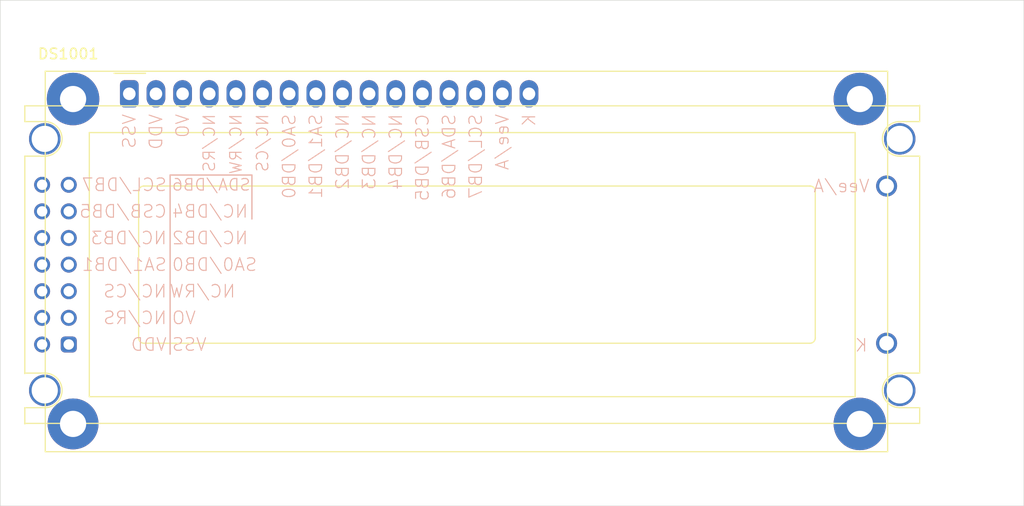
<source format=kicad_pcb>
(kicad_pcb (version 20171130) (host pcbnew "(5.1.9)-1")

  (general
    (thickness 1.6)
    (drawings 4)
    (tracks 0)
    (zones 0)
    (modules 1)
    (nets 17)
  )

  (page A4)
  (layers
    (0 F.Cu signal)
    (31 B.Cu signal)
    (32 B.Adhes user)
    (33 F.Adhes user)
    (34 B.Paste user)
    (35 F.Paste user)
    (36 B.SilkS user)
    (37 F.SilkS user)
    (38 B.Mask user)
    (39 F.Mask user)
    (40 Dwgs.User user)
    (41 Cmts.User user)
    (42 Eco1.User user)
    (43 Eco2.User user)
    (44 Edge.Cuts user)
    (45 Margin user)
    (46 B.CrtYd user)
    (47 F.CrtYd user)
    (48 B.Fab user)
    (49 F.Fab user)
  )

  (setup
    (last_trace_width 0.25)
    (trace_clearance 0.2)
    (zone_clearance 0.508)
    (zone_45_only no)
    (trace_min 0.2)
    (via_size 0.8)
    (via_drill 0.4)
    (via_min_size 0.4)
    (via_min_drill 0.3)
    (uvia_size 0.3)
    (uvia_drill 0.1)
    (uvias_allowed no)
    (uvia_min_size 0.2)
    (uvia_min_drill 0.1)
    (edge_width 0.05)
    (segment_width 0.2)
    (pcb_text_width 0.3)
    (pcb_text_size 1.5 1.5)
    (mod_edge_width 0.12)
    (mod_text_size 1 1)
    (mod_text_width 0.15)
    (pad_size 1.524 1.524)
    (pad_drill 0.762)
    (pad_to_mask_clearance 0)
    (aux_axis_origin 0 0)
    (visible_elements 7FFFFFFF)
    (pcbplotparams
      (layerselection 0x010fc_ffffffff)
      (usegerberextensions false)
      (usegerberattributes true)
      (usegerberadvancedattributes true)
      (creategerberjobfile true)
      (excludeedgelayer true)
      (linewidth 0.100000)
      (plotframeref false)
      (viasonmask false)
      (mode 1)
      (useauxorigin false)
      (hpglpennumber 1)
      (hpglpenspeed 20)
      (hpglpendiameter 15.000000)
      (psnegative false)
      (psa4output false)
      (plotreference true)
      (plotvalue true)
      (plotinvisibletext false)
      (padsonsilk false)
      (subtractmaskfromsilk false)
      (outputformat 1)
      (mirror false)
      (drillshape 1)
      (scaleselection 1)
      (outputdirectory ""))
  )

  (net 0 "")
  (net 1 "Net-(DS1001-Pad16)")
  (net 2 "Net-(DS1001-Pad15)")
  (net 3 "Net-(DS1001-Pad14)")
  (net 4 "Net-(DS1001-Pad13)")
  (net 5 "Net-(DS1001-Pad12)")
  (net 6 "Net-(DS1001-Pad11)")
  (net 7 "Net-(DS1001-Pad10)")
  (net 8 "Net-(DS1001-Pad9)")
  (net 9 "Net-(DS1001-Pad8)")
  (net 10 "Net-(DS1001-Pad7)")
  (net 11 "Net-(DS1001-Pad6)")
  (net 12 "Net-(DS1001-Pad5)")
  (net 13 "Net-(DS1001-Pad4)")
  (net 14 "Net-(DS1001-Pad3)")
  (net 15 "Net-(DS1001-Pad2)")
  (net 16 "Net-(DS1001-Pad1)")

  (net_class Default "This is the default net class."
    (clearance 0.2)
    (trace_width 0.25)
    (via_dia 0.8)
    (via_drill 0.4)
    (uvia_dia 0.3)
    (uvia_drill 0.1)
    (add_net "Net-(DS1001-Pad1)")
    (add_net "Net-(DS1001-Pad10)")
    (add_net "Net-(DS1001-Pad11)")
    (add_net "Net-(DS1001-Pad12)")
    (add_net "Net-(DS1001-Pad13)")
    (add_net "Net-(DS1001-Pad14)")
    (add_net "Net-(DS1001-Pad15)")
    (add_net "Net-(DS1001-Pad16)")
    (add_net "Net-(DS1001-Pad2)")
    (add_net "Net-(DS1001-Pad3)")
    (add_net "Net-(DS1001-Pad4)")
    (add_net "Net-(DS1001-Pad5)")
    (add_net "Net-(DS1001-Pad6)")
    (add_net "Net-(DS1001-Pad7)")
    (add_net "Net-(DS1001-Pad8)")
    (add_net "Net-(DS1001-Pad9)")
  )

  (module kibom-variant_4:LCD_16x02_Dual (layer F.Cu) (tedit 61958BBC) (tstamp 6195F03F)
    (at 110.875 43.1)
    (descr "LCD 16x2 https://cdn.sos.sk/productdata/09/7a/99ae5821/wh1602b3-sll-cwv.pdf http://www.buydisplay.com/download/manual/ERM1602-2.1_Datasheet.pdf")
    (tags "LCD 16x2 Alphanumeric 16pin http://www.buydisplay.com/download/manual/ERM1602-2.1_Datasheet.pdf")
    (path /61958928)
    (fp_text reference DS1001 (at -5.82 -3.81) (layer F.SilkS)
      (effects (font (size 1 1) (thickness 0.15)))
    )
    (fp_text value **Val (at -4.31 34.66) (layer F.Fab)
      (effects (font (size 1 1) (thickness 0.15)))
    )
    (fp_line (start 11.69 11.95) (end 11.69 7.75) (layer B.SilkS) (width 0.12))
    (fp_line (start 3.89 7.75) (end 11.69 7.75) (layer B.SilkS) (width 0.12))
    (fp_line (start 3.89 7.75) (end 3.89 24.85) (layer B.SilkS) (width 0.12))
    (fp_line (start 72.14 8.8) (end 75.14 8.8) (layer Dwgs.User) (width 0.12))
    (fp_line (start 75.34 5.95) (end 75.34 26.65) (layer F.SilkS) (width 0.12))
    (fp_line (start 75.34 29.95) (end 75.34 31.45) (layer F.SilkS) (width 0.12))
    (fp_line (start -9.96 5.949084) (end -9.96 26.7) (layer F.SilkS) (width 0.12))
    (fp_line (start 75.34 5.95) (end 73.44 5.95) (layer F.SilkS) (width 0.12))
    (fp_line (start 75.34 2.65) (end 73.44 2.65) (layer F.SilkS) (width 0.12))
    (fp_line (start -9.96 29.95) (end -8.06 29.95) (layer F.SilkS) (width 0.12))
    (fp_line (start -9.96 29.95) (end -9.96 31.5) (layer F.SilkS) (width 0.12))
    (fp_line (start -9.96 1.15) (end 75.34 1.15) (layer F.SilkS) (width 0.12))
    (fp_line (start -9.96 31.45) (end 75.34 31.45) (layer F.SilkS) (width 0.12))
    (fp_line (start -9.96 1.15) (end -9.96 2.65) (layer F.SilkS) (width 0.12))
    (fp_line (start 75.34 1.1) (end 75.34 2.65) (layer F.SilkS) (width 0.12))
    (fp_line (start -7.86 34) (end -7.86 -2) (layer F.Fab) (width 0.1))
    (fp_line (start 72.14 34) (end -7.86 34) (layer F.Fab) (width 0.1))
    (fp_line (start 72.14 -2) (end 72.14 34) (layer F.Fab) (width 0.1))
    (fp_line (start -7.86 -2) (end 72.14 -2) (layer F.Fab) (width 0.1))
    (fp_line (start -3.81 28.9) (end -3.81 3.7) (layer F.SilkS) (width 0.12))
    (fp_line (start 69.19 28.9) (end -3.81 28.9) (layer F.SilkS) (width 0.12))
    (fp_line (start 69.19 3.7) (end 69.19 28.9) (layer F.SilkS) (width 0.12))
    (fp_line (start -3.81 3.7) (end 69.19 3.7) (layer F.SilkS) (width 0.12))
    (fp_line (start 65.39 9.3) (end 65.39 23.3) (layer F.SilkS) (width 0.12))
    (fp_line (start 64.89066 23.8) (end 1.39 23.8) (layer F.SilkS) (width 0.12))
    (fp_line (start 0.88962 23.2997) (end 0.88962 9.30038) (layer F.SilkS) (width 0.12))
    (fp_line (start 1.39 8.8) (end 64.89 8.8) (layer F.SilkS) (width 0.12))
    (fp_line (start 0 -1) (end -1 -2) (layer F.Fab) (width 0.1))
    (fp_line (start 1 -2) (end 0 -1) (layer F.Fab) (width 0.1))
    (fp_line (start -8.11 -2.25) (end 72.39 -2.25) (layer F.CrtYd) (width 0.05))
    (fp_line (start -1.45 -1.95) (end 1.55 -1.95) (layer F.SilkS) (width 0.12))
    (fp_line (start 72.39 31.55) (end 72.39 34.25) (layer F.CrtYd) (width 0.05))
    (fp_line (start -8.11 34.25) (end 72.39 34.25) (layer F.CrtYd) (width 0.05))
    (fp_line (start -8.11 31.55) (end -8.11 34.25) (layer F.CrtYd) (width 0.05))
    (fp_line (start -8.01 -2.15) (end 72.29 -2.15) (layer F.SilkS) (width 0.12))
    (fp_line (start -8.01 -2.15) (end -8.01 34.15) (layer F.SilkS) (width 0.12))
    (fp_line (start 72.29 34.15) (end 72.29 -2.15) (layer F.SilkS) (width 0.12))
    (fp_line (start -8 34.15) (end 72.29 34.15) (layer F.SilkS) (width 0.12))
    (fp_line (start 69.05 28.8) (end -3.95 3.8) (layer Dwgs.User) (width 0.12))
    (fp_line (start -3.95 28.8) (end 69.05 3.8) (layer Dwgs.User) (width 0.12))
    (fp_line (start 32.55 16.3) (end 32.55 21.3) (layer Dwgs.User) (width 0.12))
    (fp_line (start 27.55 16.3) (end 32.55 16.3) (layer Dwgs.User) (width 0.12))
    (fp_line (start 32.55 16.3) (end 37.55 16.3) (layer Dwgs.User) (width 0.12))
    (fp_line (start 32.55 16.3) (end 32.55 11.3) (layer Dwgs.User) (width 0.12))
    (fp_line (start 32.69 1.3) (end -9.81 1.3) (layer F.Fab) (width 0.12))
    (fp_line (start 75.19 1.3) (end 32.69 1.3) (layer F.Fab) (width 0.12))
    (fp_line (start 75.19 1.3) (end 75.19 31.3) (layer F.Fab) (width 0.12))
    (fp_line (start -9.81 31.3) (end -9.81 1.3) (layer F.Fab) (width 0.12))
    (fp_line (start -9.81 31.3) (end 75.19 31.3) (layer F.Fab) (width 0.12))
    (fp_line (start -9.81 8.675) (end -8.31 8.675) (layer Dwgs.User) (width 0.12))
    (fp_line (start -8.31 23.92) (end -8.31 8.68) (layer Dwgs.User) (width 0.12))
    (fp_line (start -8.31 23.92) (end -8.31 31.3) (layer Dwgs.User) (width 0.12))
    (fp_line (start -8.31 1.295) (end -8.31 8.675) (layer Dwgs.User) (width 0.12))
    (fp_line (start -9.81 4.3) (end -8.06 4.3) (layer Dwgs.User) (width 0.12))
    (fp_line (start 73.44 4.25) (end -8.06 4.25) (layer Dwgs.User) (width 0.12))
    (fp_line (start 72.39 31.55) (end 75.44 31.55) (layer F.CrtYd) (width 0.05))
    (fp_line (start 75.44 1.05) (end 75.44 31.55) (layer F.CrtYd) (width 0.05))
    (fp_line (start 75.44 1.05) (end 72.39 1.05) (layer F.CrtYd) (width 0.05))
    (fp_line (start 72.39 -2.25) (end 72.39 1.05) (layer F.CrtYd) (width 0.05))
    (fp_line (start -8.11 -2.25) (end -8.11 1.05) (layer F.CrtYd) (width 0.05))
    (fp_line (start -8.11 31.55) (end -10.06 31.55) (layer F.CrtYd) (width 0.05))
    (fp_line (start -10.06 1.05) (end -10.06 31.55) (layer F.CrtYd) (width 0.05))
    (fp_line (start -10.06 1.05) (end -8.11 1.05) (layer F.CrtYd) (width 0.05))
    (fp_line (start -6.56 23.05) (end -4.81 23.05) (layer F.Fab) (width 0.5))
    (fp_line (start -6.56 23.55) (end -4.81 23.55) (layer F.Fab) (width 0.5))
    (fp_line (start -6.56 24.05) (end -4.81 24.05) (layer F.Fab) (width 0.5))
    (fp_line (start -6.56 24.55) (end -4.81 24.55) (layer F.Fab) (width 0.5))
    (fp_line (start -6.56 24.8) (end -4.81 24.8) (layer F.Fab) (width 0.5))
    (fp_line (start -4.81 23.05) (end -4.81 24.8) (layer F.Fab) (width 0.5))
    (fp_line (start -6.56 23.05) (end -6.56 24.8) (layer F.Fab) (width 0.5))
    (fp_line (start -7.86 29.65) (end -7.86 31.3) (layer Dwgs.User) (width 0.12))
    (fp_line (start -8.11 28.3) (end -8.11 31.3) (layer Dwgs.User) (width 0.12))
    (fp_line (start -9.96 26.65) (end -8.06 26.65) (layer F.SilkS) (width 0.12))
    (fp_line (start -8.00503 5.949084) (end -9.96 5.949084) (layer F.SilkS) (width 0.12))
    (fp_line (start -8.06 2.65) (end -9.96 2.65) (layer F.SilkS) (width 0.12))
    (fp_line (start 73.44 26.65) (end 75.34 26.65) (layer F.SilkS) (width 0.12))
    (fp_line (start 75.34 29.95) (end 73.44 29.95) (layer F.SilkS) (width 0.12))
    (fp_line (start -7.86 0) (end 0 0) (layer Dwgs.User) (width 0.1))
    (fp_line (start -0.14 0) (end 32.55 16.3) (layer Dwgs.User) (width 0.12))
    (fp_line (start 72.14 8.8) (end 72.14 1.3) (layer Dwgs.User) (width 0.12))
    (fp_line (start -5.77 8.68) (end -8.31 8.68) (layer Dwgs.User) (width 0.12))
    (fp_text user NC/RS (at 3.64 21.379995 180) (layer B.SilkS)
      (effects (font (size 1.2 1.2) (thickness 0.1)) (justify left mirror))
    )
    (fp_text user VSS (at 7.447143 23.92 180) (layer B.SilkS)
      (effects (font (size 1.2 1.2) (thickness 0.1)) (justify left mirror))
    )
    (fp_text user NC/RW (at 10.19 18.84 180) (layer B.SilkS)
      (effects (font (size 1.2 1.2) (thickness 0.1)) (justify left mirror))
    )
    (fp_text user NC/CS (at 3.64 18.839996 180) (layer B.SilkS)
      (effects (font (size 1.2 1.2) (thickness 0.1)) (justify left mirror))
    )
    (fp_text user SA0/DB0 (at 12.247143 16.3 180) (layer B.SilkS)
      (effects (font (size 1.2 1.2) (thickness 0.1)) (justify left mirror))
    )
    (fp_text user VDD (at 3.64 23.919997 180) (layer B.SilkS)
      (effects (font (size 1.2 1.2) (thickness 0.1)) (justify left mirror))
    )
    (fp_text user VO (at 6.418571 21.38 180) (layer B.SilkS)
      (effects (font (size 1.2 1.2) (thickness 0.1)) (justify left mirror))
    )
    (fp_text user SDA/DB6 (at 11.623333 8.68 180) (layer B.SilkS)
      (effects (font (size 1.1 1.1) (thickness 0.1)) (justify left mirror))
    )
    (fp_text user SCL/DB7 (at 3.64 8.68 180) (layer B.SilkS)
      (effects (font (size 1.2 1.2) (thickness 0.1)) (justify left mirror))
    )
    (fp_text user K (at 70.44 24 180) (layer B.SilkS)
      (effects (font (size 1.2 1.2) (thickness 0.1)) (justify left mirror))
    )
    (fp_text user SA1/DB1 (at 3.64 16.299997 180) (layer B.SilkS)
      (effects (font (size 1.2 1.2) (thickness 0.1)) (justify left mirror))
    )
    (fp_text user NC/DB4 (at 11.39 11.22 180) (layer B.SilkS)
      (effects (font (size 1.2 1.2) (thickness 0.1)) (justify left mirror))
    )
    (fp_text user NC/DB2 (at 11.39 13.76 180) (layer B.SilkS)
      (effects (font (size 1.2 1.2) (thickness 0.1)) (justify left mirror))
    )
    (fp_text user NC/DB3 (at 3.64 13.759998 180) (layer B.SilkS)
      (effects (font (size 1.2 1.2) (thickness 0.1)) (justify left mirror))
    )
    (fp_text user CSB/DB5 (at 3.64 11.219999 180) (layer B.SilkS)
      (effects (font (size 1.2 1.2) (thickness 0.1)) (justify left mirror))
    )
    (fp_text user Vee/A (at 70.64 8.8 180) (layer B.SilkS)
      (effects (font (size 1.2 1.2) (thickness 0.1)) (justify left mirror))
    )
    (fp_arc (start 1.39 9.30038) (end 0.88962 9.30038) (angle 90) (layer F.SilkS) (width 0.12))
    (fp_arc (start 1.39 23.29962) (end 1.39 23.8) (angle 90) (layer F.SilkS) (width 0.12))
    (fp_arc (start 64.89066 23.29932) (end 65.39104 23.29932) (angle 90) (layer F.SilkS) (width 0.12))
    (fp_arc (start 64.89 9.3) (end 64.89 8.8) (angle 90) (layer F.SilkS) (width 0.12))
    (fp_text user %R (at 30.37 14.74) (layer F.Fab)
      (effects (font (size 1 1) (thickness 0.1)))
    )
    (fp_arc (start -8.06 28.3) (end -8.06 26.65) (angle 180) (layer F.SilkS) (width 0.12))
    (fp_arc (start -8.06 4.3) (end -8.06 2.65) (angle 178.0908291) (layer F.SilkS) (width 0.12))
    (fp_arc (start 73.44 4.3) (end 73.44 5.95) (angle 180) (layer F.SilkS) (width 0.12))
    (fp_arc (start 73.44 28.3) (end 73.44 29.95) (angle 180) (layer F.SilkS) (width 0.12))
    (fp_text user "Offset: 32.55,16.3" (at 39.2 15.05) (layer Dwgs.User)
      (effects (font (size 1 1) (thickness 0.15)))
    )
    (fp_text user VSS (at 0 1.85 90) (layer B.SilkS)
      (effects (font (size 1.2 1.2) (thickness 0.1)) (justify left mirror))
    )
    (fp_text user VDD (at 2.54 1.85 90) (layer B.SilkS)
      (effects (font (size 1.2 1.2) (thickness 0.1)) (justify left mirror))
    )
    (fp_text user VO (at 5.08 1.85 90) (layer B.SilkS)
      (effects (font (size 1.2 1.2) (thickness 0.1)) (justify left mirror))
    )
    (fp_text user NC/RS (at 7.62 1.85 90) (layer B.SilkS)
      (effects (font (size 1.1 1.1) (thickness 0.1)) (justify left mirror))
    )
    (fp_text user NC/RW (at 10.16 1.85 90) (layer B.SilkS)
      (effects (font (size 1.1 1.1) (thickness 0.1)) (justify left mirror))
    )
    (fp_text user NC/CS (at 12.7 1.85 90) (layer B.SilkS)
      (effects (font (size 1.1 1.1) (thickness 0.1)) (justify left mirror))
    )
    (fp_text user SA0/DB0 (at 15.24 1.85 90) (layer B.SilkS)
      (effects (font (size 1.2 1.2) (thickness 0.1)) (justify left mirror))
    )
    (fp_text user SA1/DB1 (at 17.78 1.85 90) (layer B.SilkS)
      (effects (font (size 1.2 1.2) (thickness 0.1)) (justify left mirror))
    )
    (fp_text user NC/DB2 (at 20.32 1.85 90) (layer B.SilkS)
      (effects (font (size 1.2 1.2) (thickness 0.1)) (justify left mirror))
    )
    (fp_text user NC/DB3 (at 22.86 1.85 90) (layer B.SilkS)
      (effects (font (size 1.2 1.2) (thickness 0.1)) (justify left mirror))
    )
    (fp_text user NC/DB4 (at 25.4 1.85 90) (layer B.SilkS)
      (effects (font (size 1.2 1.2) (thickness 0.1)) (justify left mirror))
    )
    (fp_text user CSB/DB5 (at 27.94 1.85 90) (layer B.SilkS)
      (effects (font (size 1.2 1.2) (thickness 0.1)) (justify left mirror))
    )
    (fp_text user SDA/DB6 (at 30.48 1.85 90) (layer B.SilkS)
      (effects (font (size 1.2 1.2) (thickness 0.1)) (justify left mirror))
    )
    (fp_text user SCL/DB7 (at 33.02 1.85 90) (layer B.SilkS)
      (effects (font (size 1.2 1.2) (thickness 0.1)) (justify left mirror))
    )
    (fp_text user Vee/A (at 35.56 1.85 270) (layer B.SilkS)
      (effects (font (size 1.2 1.2) (thickness 0.1)) (justify left mirror))
    )
    (fp_text user K (at 38.1 1.85 90) (layer B.SilkS)
      (effects (font (size 1.2 1.2) (thickness 0.1)) (justify left mirror))
    )
    (pad "" thru_hole circle (at 69.64 0.5) (size 5 5) (drill 2.5) (layers *.Cu *.Mask))
    (pad "" thru_hole circle (at 69.64 31.5) (size 5 5) (drill 2.5) (layers *.Cu *.Mask))
    (pad "" thru_hole circle (at -5.36 31.5) (size 4.85 4.85) (drill 2.5) (layers *.Cu *.Mask)
      (clearance 0.25))
    (pad "" thru_hole circle (at -5.36 0.5) (size 5 5) (drill 2.5) (layers *.Cu *.Mask))
    (pad 16 thru_hole oval (at 38.1 0) (size 1.78 2.6) (drill 1.2) (layers *.Cu *.Mask)
      (net 1 "Net-(DS1001-Pad16)"))
    (pad 15 thru_hole oval (at 35.56 0) (size 1.78 2.6) (drill 1.2) (layers *.Cu *.Mask)
      (net 2 "Net-(DS1001-Pad15)"))
    (pad 14 thru_hole oval (at 33.02 0) (size 1.78 2.6) (drill 1.2) (layers *.Cu *.Mask)
      (net 3 "Net-(DS1001-Pad14)"))
    (pad 13 thru_hole oval (at 30.48 0) (size 1.78 2.6) (drill 1.2) (layers *.Cu *.Mask)
      (net 4 "Net-(DS1001-Pad13)"))
    (pad 12 thru_hole oval (at 27.94 0) (size 1.78 2.6) (drill 1.2) (layers *.Cu *.Mask)
      (net 5 "Net-(DS1001-Pad12)"))
    (pad 11 thru_hole oval (at 25.4 0) (size 1.78 2.6) (drill 1.2) (layers *.Cu *.Mask)
      (net 6 "Net-(DS1001-Pad11)"))
    (pad 10 thru_hole oval (at 22.86 0) (size 1.78 2.6) (drill 1.2) (layers *.Cu *.Mask)
      (net 7 "Net-(DS1001-Pad10)"))
    (pad 9 thru_hole oval (at 20.32 0) (size 1.78 2.6) (drill 1.2) (layers *.Cu *.Mask)
      (net 8 "Net-(DS1001-Pad9)"))
    (pad 8 thru_hole oval (at 17.78 0) (size 1.78 2.6) (drill 1.2) (layers *.Cu *.Mask)
      (net 9 "Net-(DS1001-Pad8)"))
    (pad 7 thru_hole oval (at 15.24 0) (size 1.78 2.6) (drill 1.2) (layers *.Cu *.Mask)
      (net 10 "Net-(DS1001-Pad7)"))
    (pad 6 thru_hole oval (at 12.7 0) (size 1.78 2.6) (drill 1.2) (layers *.Cu *.Mask)
      (net 11 "Net-(DS1001-Pad6)"))
    (pad 5 thru_hole oval (at 10.16 0) (size 1.78 2.6) (drill 1.2) (layers *.Cu *.Mask)
      (net 12 "Net-(DS1001-Pad5)"))
    (pad 4 thru_hole oval (at 7.62 0) (size 1.78 2.6) (drill 1.2) (layers *.Cu *.Mask)
      (net 13 "Net-(DS1001-Pad4)"))
    (pad 3 thru_hole oval (at 5.08 0) (size 1.78 2.6) (drill 1.2) (layers *.Cu *.Mask)
      (net 14 "Net-(DS1001-Pad3)"))
    (pad 2 thru_hole oval (at 2.54 0) (size 1.78 2.6) (drill 1.2) (layers *.Cu *.Mask)
      (net 15 "Net-(DS1001-Pad2)"))
    (pad 1 thru_hole roundrect (at 0 0) (size 1.78 2.6) (drill 1.2) (layers *.Cu *.Mask) (roundrect_rratio 0.25)
      (net 16 "Net-(DS1001-Pad1)"))
    (pad 6 thru_hole circle (at -8.31 18.84) (size 1.52 1.52) (drill 1) (layers *.Cu *.Mask)
      (net 11 "Net-(DS1001-Pad6)"))
    (pad 8 thru_hole circle (at -8.31 16.3) (size 1.52 1.52) (drill 1) (layers *.Cu *.Mask)
      (net 9 "Net-(DS1001-Pad8)"))
    (pad 4 thru_hole circle (at -8.31 21.38) (size 1.52 1.52) (drill 1) (layers *.Cu *.Mask)
      (net 13 "Net-(DS1001-Pad4)"))
    (pad 2 thru_hole circle (at -8.31 23.92) (size 1.52 1.52) (drill 1) (layers *.Cu *.Mask)
      (net 15 "Net-(DS1001-Pad2)"))
    (pad 7 thru_hole circle (at -5.77 16.3) (size 1.52 1.52) (drill 1) (layers *.Cu *.Mask)
      (net 10 "Net-(DS1001-Pad7)"))
    (pad 5 thru_hole circle (at -5.77 18.84) (size 1.52 1.52) (drill 1) (layers *.Cu *.Mask)
      (net 12 "Net-(DS1001-Pad5)"))
    (pad 3 thru_hole circle (at -5.77 21.38) (size 1.52 1.52) (drill 1) (layers *.Cu *.Mask)
      (net 14 "Net-(DS1001-Pad3)"))
    (pad 12 thru_hole circle (at -8.31 11.22) (size 1.52 1.52) (drill 1) (layers *.Cu *.Mask)
      (net 5 "Net-(DS1001-Pad12)"))
    (pad 14 thru_hole circle (at -8.31 8.68) (size 1.52 1.52) (drill 1) (layers *.Cu *.Mask)
      (net 3 "Net-(DS1001-Pad14)"))
    (pad 1 thru_hole roundrect (at -5.77 23.92) (size 1.52 1.52) (drill 1) (layers *.Cu *.Mask) (roundrect_rratio 0.25)
      (net 16 "Net-(DS1001-Pad1)"))
    (pad 9 thru_hole circle (at -5.77 13.76) (size 1.52 1.52) (drill 1) (layers *.Cu *.Mask)
      (net 8 "Net-(DS1001-Pad9)"))
    (pad 11 thru_hole circle (at -5.77 11.22) (size 1.52 1.52) (drill 1) (layers *.Cu *.Mask)
      (net 6 "Net-(DS1001-Pad11)"))
    (pad 13 thru_hole circle (at -5.77 8.68) (size 1.52 1.52) (drill 1) (layers *.Cu *.Mask)
      (net 4 "Net-(DS1001-Pad13)"))
    (pad 15 thru_hole circle (at 72.19 8.8) (size 2 2) (drill 1.4) (layers *.Cu *.Mask)
      (net 2 "Net-(DS1001-Pad15)"))
    (pad 16 thru_hole circle (at 72.19 23.8) (size 2 2) (drill 1.4) (layers *.Cu *.Mask)
      (net 1 "Net-(DS1001-Pad16)"))
    (pad 10 thru_hole circle (at -8.31 13.76) (size 1.52 1.52) (drill 1) (layers *.Cu *.Mask)
      (net 7 "Net-(DS1001-Pad10)"))
    (pad "" thru_hole circle (at 73.44 4.3) (size 3 3) (drill 2.5) (layers *.Cu *.Mask))
    (pad "" thru_hole circle (at 73.44 28.3) (size 3 3) (drill 2.5) (layers *.Cu *.Mask))
    (pad "" thru_hole circle (at -8.06 4.3) (size 3 3) (drill 2.5) (layers *.Cu *.Mask))
    (pad "" thru_hole circle (at -8.06 28.3) (size 3 3) (drill 2.5) (layers *.Cu *.Mask)
      (clearance 0.25))
    (model ${KISYS3DMOD}/Display.3dshapes/WC1602A.wrls
      (at (xyz 0 0 0))
      (scale (xyz 1 1 1))
      (rotate (xyz 0 0 0))
    )
    (model ${KISYS3DMOD}/Pin_Headers.3dshapes/Pin_Header_Straight_2x07_Pitch2.54mm.wrl
      (offset (xyz -5.925 -8.699999999999999 4.4))
      (scale (xyz 1 1 1))
      (rotate (xyz 180 0 180))
    )
    (model ${KISYS3DMOD}/Pin_Headers.3dshapes/Pin_Header_Straight_1x16_Pitch2.54mm.wrl
      (offset (xyz 0 0 4.2))
      (scale (xyz 1 1 1))
      (rotate (xyz 180 0 90))
    )
    (model ${KISYS3DMOD}/Pin_Headers.3dshapes/Pin_Header_Straight_1x01_Pitch2.54mm.wrl
      (offset (xyz 72.05 -8.800000000000001 4.4))
      (scale (xyz 1 1 1))
      (rotate (xyz 180 0 0))
    )
    (model ${KISYS3DMOD}/Pin_Headers.3dshapes/Pin_Header_Straight_1x01_Pitch2.54mm.wrl
      (offset (xyz 72.05 -23.8 0))
      (scale (xyz 1 1 1))
      (rotate (xyz 0 0 0))
    )
    (model "${KIPRJMOD}/steps/3Dcomponent.3dshapes/User Library-AC162A.STEPx"
      (offset (xyz 32.5 -16.25 4.9))
      (scale (xyz 1 1 1))
      (rotate (xyz 90 0 0))
    )
    (model "${KIPRJMOD}/steps/3Dcomponent.3dshapes/User Library-MT16S2J.STEPx"
      (offset (xyz 32 -16.3 4.9))
      (scale (xyz 1 1 1))
      (rotate (xyz 90 0 0))
    )
    (model ${KIPRJMOD}/steps/WH1602B-TMI-JT#.step
      (at (xyz 0 0 0))
      (scale (xyz 1 1 1))
      (rotate (xyz 0 0 0))
    )
    (model ${KIPRJMOD}/steps/ERM1602DNS-2.1.step
      (offset (xyz -8.48 -8.699999999999999 0))
      (scale (xyz 1 1 1))
      (rotate (xyz 0 0 0))
    )
    (model ${KISYS3DMOD}/Pin_Headers.3dshapes/Pin_Header_Straight_2x07_Pitch2.54mm%leftvariant%.wrl
      (offset (xyz -5.925 -8.699999999999999 4.4))
      (scale (xyz 1 1 1))
      (rotate (xyz 180 0 180))
    )
    (model ${KISYS3DMOD}/Pin_Headers.3dshapes/Pin_Header_Straight_1x16_Pitch2.54mm%topvariant%.wrl
      (offset (xyz 0 0 4.2))
      (scale (xyz 1 1 1))
      (rotate (xyz 180 0 90))
    )
    (model ${KISYS3DMOD}/Pin_Headers.3dshapes/Pin_Header_Straight_1x01_Pitch2.54mm%leftvariant%.wrl
      (offset (xyz 72.05 -8.800000000000001 4.4))
      (scale (xyz 1 1 1))
      (rotate (xyz 180 0 0))
    )
    (model ${KISYS3DMOD}/Pin_Headers.3dshapes/Pin_Header_Straight_1x01_Pitch2.54mm%leftvariant%.wrl
      (offset (xyz 72.05 -23.8 0))
      (scale (xyz 1 1 1))
      (rotate (xyz 0 0 0))
    )
    (model ${KIPRJMOD}/steps/WH1602B-TMI-JT#%topvariant%.step
      (at (xyz 0 0 0))
      (scale (xyz 1 1 1))
      (rotate (xyz 0 0 0))
    )
    (model ${KIPRJMOD}/steps/ERM1602DNS-2.1%leftvariant%.step
      (offset (xyz -8.48 -8.699999999999999 0))
      (scale (xyz 1 1 1))
      (rotate (xyz 0 0 0))
    )
  )

  (gr_line (start 98.575 82.425) (end 98.575 34.175) (layer Edge.Cuts) (width 0.05))
  (gr_line (start 196.15 82.425) (end 98.575 82.425) (layer Edge.Cuts) (width 0.05))
  (gr_line (start 196.15 34.175) (end 196.15 82.425) (layer Edge.Cuts) (width 0.05))
  (gr_line (start 98.575 34.175) (end 196.15 34.175) (layer Edge.Cuts) (width 0.05))

)

</source>
